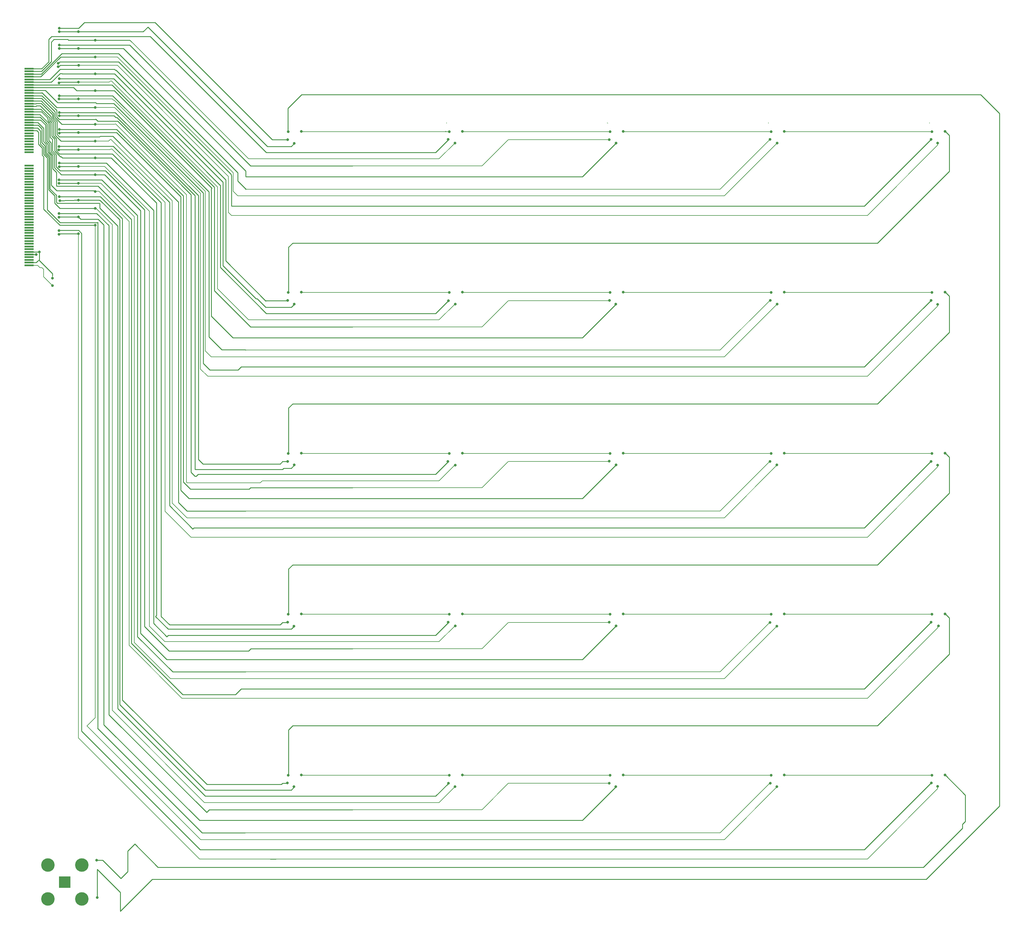
<source format=gbr>
%TF.GenerationSoftware,KiCad,Pcbnew,8.0.2-1*%
%TF.CreationDate,2024-06-03T17:46:58-04:00*%
%TF.ProjectId,Untitled,556e7469-746c-4656-942e-6b696361645f,rev?*%
%TF.SameCoordinates,Original*%
%TF.FileFunction,Copper,L2,Bot*%
%TF.FilePolarity,Positive*%
%FSLAX46Y46*%
G04 Gerber Fmt 4.6, Leading zero omitted, Abs format (unit mm)*
G04 Created by KiCad (PCBNEW 8.0.2-1) date 2024-06-03 17:46:58*
%MOMM*%
%LPD*%
G01*
G04 APERTURE LIST*
%TA.AperFunction,ComponentPad*%
%ADD10R,3.500000X3.500000*%
%TD*%
%TA.AperFunction,ComponentPad*%
%ADD11C,4.000000*%
%TD*%
%TA.AperFunction,ConnectorPad*%
%ADD12R,2.800000X0.550000*%
%TD*%
%TA.AperFunction,ViaPad*%
%ADD13C,0.800000*%
%TD*%
%TA.AperFunction,Conductor*%
%ADD14C,0.250000*%
%TD*%
%TA.AperFunction,Conductor*%
%ADD15C,0.200000*%
%TD*%
G04 APERTURE END LIST*
D10*
%TO.P,LEDs,1*%
%TO.N,N/C*%
X63000000Y-317400000D03*
D11*
%TO.P,LEDs,2*%
X57975000Y-322425000D03*
X68025000Y-322425000D03*
X57975000Y-312375000D03*
X68025000Y-312375000D03*
%TD*%
D12*
%TO.P,REF\u002A\u002A,2*%
%TO.N,N/C*%
X52400000Y-75800000D03*
%TO.P,REF\u002A\u002A,4*%
X52400000Y-76600000D03*
%TO.P,REF\u002A\u002A,6*%
X52400000Y-77400000D03*
%TO.P,REF\u002A\u002A,8*%
X52400000Y-78200000D03*
%TO.P,REF\u002A\u002A,10*%
X52400000Y-79000000D03*
%TO.P,REF\u002A\u002A,12*%
X52400000Y-79800000D03*
%TO.P,REF\u002A\u002A,14*%
X52400000Y-80600000D03*
%TO.P,REF\u002A\u002A,16*%
X52400000Y-81400000D03*
%TO.P,REF\u002A\u002A,18*%
X52400000Y-82200000D03*
%TO.P,REF\u002A\u002A,20*%
X52400000Y-83000000D03*
%TO.P,REF\u002A\u002A,22*%
X52400000Y-83800000D03*
%TO.P,REF\u002A\u002A,24*%
X52400000Y-84600000D03*
%TO.P,REF\u002A\u002A,26*%
X52400000Y-85400000D03*
%TO.P,REF\u002A\u002A,28*%
X52400000Y-86200000D03*
%TO.P,REF\u002A\u002A,30*%
X52400000Y-87000000D03*
%TO.P,REF\u002A\u002A,32*%
X52400000Y-87800000D03*
%TO.P,REF\u002A\u002A,34*%
X52400000Y-88600000D03*
%TO.P,REF\u002A\u002A,36*%
X52400000Y-89400000D03*
%TO.P,REF\u002A\u002A,38*%
X52400000Y-90200000D03*
%TO.P,REF\u002A\u002A,40*%
X52400000Y-91000000D03*
%TO.P,REF\u002A\u002A,42*%
X52400000Y-91800000D03*
%TO.P,REF\u002A\u002A,44*%
X52400000Y-92600000D03*
%TO.P,REF\u002A\u002A,46*%
X52400000Y-93400000D03*
%TO.P,REF\u002A\u002A,48*%
X52400000Y-94200000D03*
%TO.P,REF\u002A\u002A,50*%
X52400000Y-95000000D03*
%TO.P,REF\u002A\u002A,52*%
X52400000Y-95800000D03*
%TO.P,REF\u002A\u002A,54*%
X52400000Y-96600000D03*
%TO.P,REF\u002A\u002A,56*%
X52400000Y-97400000D03*
%TO.P,REF\u002A\u002A,58*%
X52400000Y-98200000D03*
%TO.P,REF\u002A\u002A,60*%
X52400000Y-99000000D03*
%TO.P,REF\u002A\u002A,62*%
X52400000Y-99800000D03*
%TO.P,REF\u002A\u002A,64*%
X52400000Y-100600000D03*
%TO.P,REF\u002A\u002A,66*%
X52400000Y-104600000D03*
%TO.P,REF\u002A\u002A,68*%
X52400000Y-105400000D03*
%TO.P,REF\u002A\u002A,70*%
X52400000Y-106200000D03*
%TO.P,REF\u002A\u002A,72*%
X52400000Y-107000000D03*
%TO.P,REF\u002A\u002A,74*%
X52400000Y-107800000D03*
%TO.P,REF\u002A\u002A,76*%
X52400000Y-108600000D03*
%TO.P,REF\u002A\u002A,78*%
X52400000Y-109400000D03*
%TO.P,REF\u002A\u002A,80*%
X52400000Y-110200000D03*
%TO.P,REF\u002A\u002A,82*%
X52400000Y-111000000D03*
%TO.P,REF\u002A\u002A,84*%
X52400000Y-111800000D03*
%TO.P,REF\u002A\u002A,86*%
X52400000Y-112600000D03*
%TO.P,REF\u002A\u002A,88*%
X52400000Y-113400000D03*
%TO.P,REF\u002A\u002A,90*%
X52400000Y-114200000D03*
%TO.P,REF\u002A\u002A,92*%
X52400000Y-115000000D03*
%TO.P,REF\u002A\u002A,94*%
X52400000Y-115800000D03*
%TO.P,REF\u002A\u002A,96*%
X52400000Y-116600000D03*
%TO.P,REF\u002A\u002A,98*%
X52400000Y-117400000D03*
%TO.P,REF\u002A\u002A,100*%
X52400000Y-118200000D03*
%TO.P,REF\u002A\u002A,102*%
X52400000Y-119000000D03*
%TO.P,REF\u002A\u002A,104*%
X52400000Y-119800000D03*
%TO.P,REF\u002A\u002A,106*%
X52400000Y-120600000D03*
%TO.P,REF\u002A\u002A,108*%
X52400000Y-121400000D03*
%TO.P,REF\u002A\u002A,110*%
X52400000Y-122200000D03*
%TO.P,REF\u002A\u002A,112*%
X52400000Y-123000000D03*
%TO.P,REF\u002A\u002A,114*%
X52400000Y-123800000D03*
%TO.P,REF\u002A\u002A,116*%
X52400000Y-124600000D03*
%TO.P,REF\u002A\u002A,118*%
X52400000Y-125400000D03*
%TO.P,REF\u002A\u002A,120*%
X52400000Y-126200000D03*
%TO.P,REF\u002A\u002A,122*%
X52400000Y-127000000D03*
%TO.P,REF\u002A\u002A,124*%
X52400000Y-127800000D03*
%TO.P,REF\u002A\u002A,126*%
X52400000Y-128600000D03*
%TO.P,REF\u002A\u002A,128*%
X52400000Y-129400000D03*
%TO.P,REF\u002A\u002A,130*%
X52400000Y-130200000D03*
%TO.P,REF\u002A\u002A,132*%
X52400000Y-131000000D03*
%TO.P,REF\u002A\u002A,134*%
X52400000Y-131800000D03*
%TO.P,REF\u002A\u002A,136*%
X52400000Y-132600000D03*
%TO.P,REF\u002A\u002A,138*%
X52400000Y-133400000D03*
%TO.P,REF\u002A\u002A,140*%
X52400000Y-134200000D03*
%TD*%
D13*
%TO.N,*%
X67000000Y-119800000D03*
X178860000Y-289090000D03*
X59300000Y-140200000D03*
X67000000Y-89800000D03*
X272560000Y-144590000D03*
X276660000Y-142190000D03*
X178960000Y-193590000D03*
X228860000Y-237790000D03*
X324460000Y-94390000D03*
X177160000Y-190090000D03*
X228860000Y-94390000D03*
X129160000Y-192490000D03*
X224760000Y-144590000D03*
X67000000Y-114800000D03*
X226660000Y-289090000D03*
X67000000Y-69800000D03*
X129160000Y-240190000D03*
X320560000Y-285690000D03*
X129360000Y-237890000D03*
X272460000Y-192490000D03*
X320360000Y-287990000D03*
X133260000Y-189990000D03*
X178860000Y-97890000D03*
X224960000Y-142290000D03*
X61300000Y-123900000D03*
X72500000Y-310900000D03*
X178960000Y-145690000D03*
X129360000Y-190090000D03*
X61400000Y-63800000D03*
X129360000Y-285690000D03*
X72000000Y-112300000D03*
X72000000Y-122300000D03*
X72000000Y-102300000D03*
X272760000Y-142290000D03*
X322260000Y-288990000D03*
X67000000Y-94800000D03*
X67000000Y-99800000D03*
X129160000Y-96890000D03*
X177160000Y-142290000D03*
X176960000Y-288090000D03*
X224660000Y-288090000D03*
X129160000Y-144590000D03*
X224960000Y-237890000D03*
X272760000Y-237890000D03*
X176860000Y-96790000D03*
X131160000Y-145690000D03*
X131160000Y-193490000D03*
X177160000Y-94490000D03*
X133260000Y-94390000D03*
X226760000Y-193490000D03*
X224960000Y-94490000D03*
X324460000Y-285590000D03*
X61400000Y-88800000D03*
X320560000Y-190090000D03*
X61400000Y-64800000D03*
X272460000Y-96790000D03*
X54500000Y-131000000D03*
X177160000Y-285690000D03*
X322260000Y-193590000D03*
X67000000Y-109800000D03*
X61300000Y-80000000D03*
X131160000Y-97990000D03*
X324460000Y-237790000D03*
X272760000Y-190090000D03*
X181060000Y-285590000D03*
X133260000Y-285590000D03*
X67100000Y-74800000D03*
X72000000Y-87300000D03*
X61400000Y-94900000D03*
X61300000Y-108800000D03*
X131060000Y-289090000D03*
X226660000Y-145690000D03*
X61300000Y-118800000D03*
X320260000Y-240190000D03*
X274460000Y-289090000D03*
X276660000Y-285590000D03*
X61300000Y-125000000D03*
X272460000Y-240290000D03*
X224660000Y-240190000D03*
X176860000Y-240190000D03*
X224660000Y-192390000D03*
X61300000Y-119900000D03*
X72000000Y-117300000D03*
X61300000Y-98900000D03*
X72600000Y-322000000D03*
X228860000Y-142190000D03*
X176960000Y-144690000D03*
X320560000Y-94490000D03*
X178960000Y-241290000D03*
X320260000Y-96790000D03*
X324460000Y-142190000D03*
X181060000Y-237790000D03*
X72000000Y-67300000D03*
X181060000Y-94390000D03*
X177160000Y-237890000D03*
X61200000Y-99900000D03*
X61400000Y-89800000D03*
X322260000Y-97890000D03*
X226760000Y-97890000D03*
X129060000Y-287990000D03*
X72000000Y-92300000D03*
X133260000Y-142190000D03*
X67000000Y-64800000D03*
X67000000Y-104800000D03*
X176760000Y-192490000D03*
X324460000Y-189990000D03*
X72000000Y-77300000D03*
X61300000Y-109800000D03*
X61400000Y-69800000D03*
X274560000Y-97890000D03*
X129360000Y-142290000D03*
X276660000Y-94390000D03*
X276660000Y-237790000D03*
X61000000Y-74200000D03*
X61000000Y-75200000D03*
X322460000Y-241290000D03*
X61400000Y-78800000D03*
X61400000Y-93800000D03*
X59300000Y-138000000D03*
X72000000Y-97300000D03*
X61400000Y-103800000D03*
X131060000Y-241390000D03*
X181060000Y-189990000D03*
X181060000Y-142190000D03*
X61400000Y-104900000D03*
X320560000Y-142290000D03*
X272760000Y-94490000D03*
X228860000Y-285590000D03*
X133260000Y-237790000D03*
X61400000Y-83800000D03*
X67000000Y-84800000D03*
X274460000Y-241390000D03*
X224960000Y-285690000D03*
X226760000Y-241290000D03*
X276660000Y-189990000D03*
X72000000Y-72300000D03*
X61500000Y-115000000D03*
X129360000Y-94490000D03*
X61400000Y-68800000D03*
X67000000Y-124800000D03*
X272560000Y-288090000D03*
X228860000Y-189990000D03*
X320260000Y-192490000D03*
X272760000Y-285690000D03*
X55400000Y-130200000D03*
X274460000Y-193490000D03*
X224960000Y-190090000D03*
X72000000Y-82300000D03*
X61400000Y-113800000D03*
X72000000Y-107300000D03*
X67000000Y-79800000D03*
X224660000Y-96890000D03*
X320260000Y-144590000D03*
X322260000Y-145790000D03*
X320560000Y-237890000D03*
X274560000Y-145690000D03*
X61300000Y-84800000D03*
%TD*%
D14*
%TO.N,*%
X52400000Y-93400000D02*
X54900000Y-93400000D01*
D15*
X77100000Y-84800000D02*
X67000000Y-84800000D01*
D14*
X325680000Y-95590000D02*
X325680000Y-106290000D01*
D15*
X194760000Y-192490000D02*
X186960000Y-200290000D01*
D14*
X61000000Y-74100000D02*
X61200000Y-74100000D01*
X110800000Y-132900000D02*
X122700000Y-144800000D01*
X73500000Y-95900000D02*
X73400000Y-96000000D01*
X72400000Y-86100000D02*
X77500000Y-86100000D01*
D15*
X258860000Y-304790000D02*
X103390000Y-304790000D01*
D14*
X79447500Y-320447500D02*
X79447500Y-326112500D01*
X96800000Y-204700000D02*
X99300000Y-207200000D01*
X76800000Y-102300000D02*
X72000000Y-102300000D01*
X324580000Y-142290000D02*
X325680000Y-143390000D01*
D15*
X258860000Y-209190000D02*
X116200000Y-209190000D01*
D14*
X59000000Y-73700000D02*
X59000000Y-67900000D01*
X54400000Y-87000000D02*
X54600000Y-86800000D01*
X61300000Y-125000000D02*
X61400000Y-124800000D01*
X79000000Y-71300000D02*
X114400000Y-106700000D01*
X74235000Y-310900000D02*
X79647500Y-316312500D01*
X52400000Y-94200000D02*
X54700000Y-94200000D01*
X85500000Y-118000000D02*
X74800000Y-107300000D01*
X77400000Y-98800000D02*
X94100000Y-115500000D01*
X59300000Y-136700000D02*
X55400000Y-132800000D01*
X61500000Y-63800000D02*
X61400000Y-63800000D01*
D15*
X257660000Y-254990000D02*
X272460000Y-240190000D01*
D14*
X101700000Y-113500000D02*
X78500000Y-90300000D01*
X131160000Y-193590000D02*
X130260000Y-194490000D01*
X100300000Y-200700000D02*
X117750000Y-200700000D01*
X67100000Y-89800000D02*
X61600000Y-89800000D01*
D15*
X116700000Y-159390000D02*
X257660000Y-159390000D01*
D14*
X118160000Y-200290000D02*
X148460000Y-200290000D01*
X52400000Y-88600000D02*
X56100000Y-88600000D01*
X61400000Y-104900000D02*
X61500000Y-104800000D01*
X57800000Y-102300000D02*
X57800000Y-117700000D01*
X62100000Y-92300000D02*
X60100000Y-90300000D01*
D15*
X271930000Y-91900000D02*
X272030000Y-92000000D01*
D14*
X61500000Y-83800000D02*
X77200000Y-83800000D01*
X91600000Y-238500000D02*
X94100000Y-241000000D01*
D15*
X224660000Y-288090000D02*
X194760000Y-288090000D01*
D14*
X72000000Y-67300000D02*
X82300000Y-67300000D01*
X61300000Y-109800000D02*
X61600000Y-109800000D01*
X114400000Y-109190000D02*
X116800000Y-111590000D01*
X115600000Y-116590000D02*
X300460000Y-116590000D01*
D15*
X258860000Y-256990000D02*
X94390000Y-256990000D01*
D14*
X104100000Y-163300000D02*
X106100000Y-165300000D01*
D15*
X174160000Y-198190000D02*
X178860000Y-193490000D01*
D14*
X81675000Y-314285000D02*
X81675000Y-308200000D01*
X77800000Y-77300000D02*
X72000000Y-77300000D01*
X72500000Y-310900000D02*
X74235000Y-310900000D01*
X60500000Y-100200000D02*
X61400000Y-101100000D01*
D15*
X181180000Y-142290000D02*
X224980000Y-142290000D01*
D14*
X61400000Y-113800000D02*
X73600000Y-113800000D01*
X59000000Y-101600000D02*
X59000000Y-110400000D01*
X226760000Y-97890000D02*
X216760000Y-107890000D01*
D15*
X224660000Y-192490000D02*
X194760000Y-192490000D01*
D14*
X52400000Y-91800000D02*
X55000000Y-91800000D01*
X52400000Y-76600000D02*
X56100000Y-76600000D01*
X67100000Y-109800000D02*
X61300000Y-109800000D01*
X109200000Y-110500000D02*
X109200000Y-134830000D01*
D15*
X178860000Y-241290000D02*
X174160000Y-245990000D01*
D14*
X99890000Y-203490000D02*
X97400000Y-201000000D01*
X130680000Y-127590000D02*
X129480000Y-128790000D01*
X61500000Y-113800000D02*
X61400000Y-113800000D01*
X89400000Y-240600000D02*
X93300000Y-244500000D01*
X300460000Y-212190000D02*
X320260000Y-192390000D01*
D15*
X77100000Y-122100000D02*
X72300000Y-117300000D01*
D14*
X60000000Y-113600000D02*
X60000000Y-115800000D01*
D15*
X77800000Y-87300000D02*
X72000000Y-87300000D01*
D14*
X61200000Y-99900000D02*
X61500000Y-99800000D01*
D15*
X116200000Y-209190000D02*
X116160000Y-209190000D01*
D14*
X89900000Y-238500000D02*
X90200000Y-238200000D01*
X67100000Y-99800000D02*
X61700000Y-99800000D01*
D15*
X88100000Y-241400000D02*
X88100000Y-118100000D01*
D14*
X74800000Y-107300000D02*
X72000000Y-107300000D01*
D15*
X228980000Y-237890000D02*
X272780000Y-237890000D01*
D14*
X102990000Y-299090000D02*
X74600000Y-270700000D01*
X75100000Y-106100000D02*
X86700000Y-117700000D01*
X131160000Y-289190000D02*
X130260000Y-290090000D01*
X104100000Y-112700000D02*
X104100000Y-163300000D01*
X61400000Y-63800000D02*
X67100000Y-63800000D01*
X56000000Y-86100000D02*
X54500000Y-86100000D01*
X58200000Y-111800000D02*
X60000000Y-113600000D01*
X74600000Y-270700000D02*
X74600000Y-122200000D01*
D15*
X78600000Y-74800000D02*
X67100000Y-74800000D01*
D14*
X59900000Y-101400000D02*
X58900000Y-100400000D01*
D15*
X186960000Y-104690000D02*
X148460000Y-104690000D01*
D14*
X77100000Y-101100000D02*
X91600000Y-115600000D01*
D15*
X176330000Y-91900000D02*
X176430000Y-92000000D01*
D14*
X113650000Y-261700000D02*
X115360000Y-259990000D01*
X99600000Y-207200000D02*
X99610000Y-207190000D01*
D15*
X113000000Y-106700000D02*
X78600000Y-72300000D01*
D14*
X109600000Y-159300000D02*
X116610000Y-159300000D01*
D15*
X121660000Y-198190000D02*
X121050000Y-198800000D01*
D14*
X216760000Y-251290000D02*
X93290000Y-251290000D01*
D15*
X92800000Y-115500000D02*
X77000000Y-99700000D01*
D14*
X54900000Y-93400000D02*
X55800000Y-94300000D01*
X57700000Y-92200000D02*
X57700000Y-97300000D01*
X61500000Y-99800000D02*
X61600000Y-99800000D01*
X131160000Y-241390000D02*
X130260000Y-242290000D01*
X73300000Y-114900000D02*
X73200000Y-114800000D01*
X56200000Y-97800000D02*
X57100000Y-98700000D01*
X105910000Y-295890000D02*
X148460000Y-295890000D01*
X114400000Y-106700000D02*
X114400000Y-109190000D01*
D15*
X116200000Y-209190000D02*
X99290000Y-209190000D01*
X117590000Y-102590000D02*
X82850000Y-67850000D01*
D14*
X62000000Y-107300000D02*
X59900000Y-105200000D01*
X116610000Y-159300000D02*
X116700000Y-159390000D01*
D15*
X121660000Y-102590000D02*
X117590000Y-102590000D01*
D14*
X52400000Y-80600000D02*
X77000000Y-80600000D01*
X55800000Y-94300000D02*
X55800000Y-98200000D01*
D15*
X67000000Y-274600000D02*
X67000000Y-124800000D01*
D14*
X304380000Y-223190000D02*
X130680000Y-223190000D01*
X129480000Y-176590000D02*
X129480000Y-190190000D01*
X115590000Y-116600000D02*
X115600000Y-116590000D01*
X60450000Y-104950000D02*
X61600000Y-106100000D01*
X112400000Y-107500000D02*
X112500000Y-107600000D01*
X75300000Y-103800000D02*
X89400000Y-117900000D01*
X97400000Y-201000000D02*
X97400000Y-113800000D01*
X56100000Y-76600000D02*
X59000000Y-73700000D01*
D15*
X82850000Y-67850000D02*
X82700000Y-67700000D01*
D14*
X59000000Y-110400000D02*
X60600000Y-112000000D01*
X330480000Y-299400000D02*
X330480000Y-291590000D01*
X58600000Y-111500000D02*
X60500000Y-113400000D01*
D15*
X186960000Y-152490000D02*
X148460000Y-152490000D01*
D14*
X61600000Y-106100000D02*
X75100000Y-106100000D01*
D15*
X82100000Y-247100000D02*
X82100000Y-121200000D01*
D14*
X130260000Y-98890000D02*
X123190000Y-98890000D01*
X226760000Y-145690000D02*
X216760000Y-155690000D01*
D15*
X186960000Y-248090000D02*
X148460000Y-248090000D01*
X112530000Y-119390000D02*
X111600000Y-118460000D01*
X133380000Y-94490000D02*
X177180000Y-94490000D01*
X103390000Y-304790000D02*
X69600000Y-271000000D01*
X73700000Y-109800000D02*
X67000000Y-109800000D01*
D14*
X55900000Y-87800000D02*
X52400000Y-87800000D01*
X127660000Y-288090000D02*
X129160000Y-288090000D01*
X118300000Y-248090000D02*
X148460000Y-248090000D01*
D15*
X174160000Y-150390000D02*
X117590000Y-150390000D01*
X117590000Y-150390000D02*
X108400000Y-141200000D01*
D14*
X58900000Y-90900000D02*
X59700000Y-91700000D01*
X67100000Y-63800000D02*
X68800000Y-62100000D01*
X300460000Y-259990000D02*
X320260000Y-240190000D01*
X71700000Y-112000000D02*
X72000000Y-112300000D01*
D15*
X76700000Y-96800000D02*
X76500000Y-96800000D01*
X319730000Y-91900000D02*
X319830000Y-92000000D01*
D14*
X59200000Y-91800000D02*
X58500000Y-91100000D01*
X62100000Y-84800000D02*
X67100000Y-84800000D01*
X54400000Y-86200000D02*
X52400000Y-86200000D01*
D15*
X77600000Y-85100000D02*
X77400000Y-85100000D01*
D14*
X58600000Y-79000000D02*
X61600000Y-76000000D01*
D15*
X258860000Y-113590000D02*
X114390000Y-113590000D01*
D14*
X58900000Y-97800000D02*
X58200000Y-97100000D01*
X54500000Y-86100000D02*
X54400000Y-86200000D01*
X173160000Y-100690000D02*
X176860000Y-96990000D01*
X67100000Y-94800000D02*
X61700000Y-94800000D01*
X329630000Y-301400000D02*
X329630000Y-300250000D01*
D15*
X301360000Y-214990000D02*
X100490000Y-214990000D01*
X54900000Y-134200000D02*
X52400000Y-134200000D01*
D14*
X78700000Y-122500000D02*
X78700000Y-265900000D01*
X62100000Y-104800000D02*
X67100000Y-104800000D01*
X88960000Y-316600000D02*
X318800000Y-316600000D01*
D15*
X59300000Y-140200000D02*
X56700000Y-137600000D01*
D14*
X58600000Y-101900000D02*
X58600000Y-111500000D01*
D15*
X116700000Y-254990000D02*
X257660000Y-254990000D01*
D14*
X57500000Y-100800000D02*
X58600000Y-101900000D01*
D15*
X108400000Y-110900000D02*
X76900000Y-79400000D01*
X99100000Y-113200000D02*
X78100000Y-92200000D01*
X59300000Y-138000000D02*
X59300000Y-137300000D01*
X194760000Y-96890000D02*
X186960000Y-104690000D01*
D14*
X58000000Y-90500000D02*
X58000000Y-91200000D01*
X55400000Y-132800000D02*
X55400000Y-132500000D01*
D15*
X56700000Y-137600000D02*
X56700000Y-135400000D01*
D14*
X101310000Y-212190000D02*
X300460000Y-212190000D01*
X77300000Y-95900000D02*
X96800000Y-115400000D01*
X73500000Y-114900000D02*
X73300000Y-114900000D01*
X72900000Y-120500000D02*
X67700000Y-120500000D01*
X59400000Y-101500000D02*
X59400000Y-105500000D01*
X61500000Y-115000000D02*
X61600000Y-114800000D01*
X226760000Y-241290000D02*
X216760000Y-251290000D01*
X89400000Y-117900000D02*
X89400000Y-240600000D01*
D15*
X174160000Y-102590000D02*
X178860000Y-97890000D01*
D14*
X61600000Y-98800000D02*
X77400000Y-98800000D01*
X216760000Y-299090000D02*
X102990000Y-299090000D01*
X103190000Y-307790000D02*
X300460000Y-307790000D01*
X88370000Y-66200000D02*
X122860000Y-100690000D01*
X130260000Y-146690000D02*
X122690000Y-146690000D01*
X59000000Y-67900000D02*
X59800000Y-67100000D01*
D15*
X301360000Y-167190000D02*
X105490000Y-167190000D01*
D14*
X130260000Y-290090000D02*
X104690000Y-290090000D01*
X55900000Y-78200000D02*
X52400000Y-78200000D01*
D15*
X77800000Y-92300000D02*
X72000000Y-92300000D01*
X301360000Y-310590000D02*
X102990000Y-310590000D01*
D14*
X61700000Y-119800000D02*
X61300000Y-119900000D01*
D15*
X106300000Y-293790000D02*
X104490000Y-293790000D01*
D14*
X58000000Y-98250000D02*
X58000000Y-100600000D01*
D15*
X133380000Y-237890000D02*
X177180000Y-237890000D01*
D14*
X300460000Y-307790000D02*
X320260000Y-287990000D01*
D15*
X72300000Y-117300000D02*
X72000000Y-117300000D01*
D14*
X62100000Y-77200000D02*
X62200000Y-77300000D01*
X106100000Y-165300000D02*
X114450000Y-165300000D01*
D15*
X104700000Y-112200000D02*
X77600000Y-85100000D01*
D14*
X98200000Y-113600000D02*
X98200000Y-198600000D01*
X65600000Y-81400000D02*
X66500000Y-82300000D01*
X216760000Y-107890000D02*
X116760000Y-107890000D01*
X78700000Y-91400000D02*
X100500000Y-113200000D01*
X66500000Y-99800000D02*
X67100000Y-99800000D01*
X59800000Y-67100000D02*
X63900000Y-67100000D01*
X58700000Y-91900000D02*
X58700000Y-96200000D01*
X62100000Y-89800000D02*
X67100000Y-89800000D01*
X173160000Y-196290000D02*
X176860000Y-192590000D01*
X61400000Y-93800000D02*
X78400000Y-93800000D01*
X52400000Y-130200000D02*
X55500000Y-130200000D01*
X77200000Y-83800000D02*
X105800000Y-112400000D01*
X79000000Y-73800000D02*
X112400000Y-107200000D01*
D15*
X114390000Y-113590000D02*
X113000000Y-112200000D01*
D14*
X109200000Y-134830000D02*
X122860000Y-148490000D01*
D15*
X301360000Y-119390000D02*
X112530000Y-119390000D01*
D14*
X60700000Y-91500000D02*
X59700000Y-90500000D01*
X55400000Y-132500000D02*
X54950000Y-132950000D01*
X62100000Y-99800000D02*
X66500000Y-99800000D01*
X58900000Y-100400000D02*
X58900000Y-97800000D01*
X52400000Y-83800000D02*
X56200000Y-83800000D01*
D15*
X228980000Y-94490000D02*
X272780000Y-94490000D01*
D14*
X67100000Y-114800000D02*
X61500000Y-115000000D01*
D15*
X322260000Y-146290000D02*
X301360000Y-167190000D01*
X322260000Y-97890000D02*
X322260000Y-98490000D01*
D14*
X64100000Y-67300000D02*
X63900000Y-67100000D01*
X133355000Y-83515000D02*
X129280000Y-87590000D01*
X58000000Y-100600000D02*
X59000000Y-101600000D01*
D15*
X121660000Y-198190000D02*
X174160000Y-198190000D01*
D14*
X62100000Y-74800000D02*
X67100000Y-74800000D01*
D15*
X106490000Y-161390000D02*
X104700000Y-159600000D01*
X276780000Y-190090000D02*
X320580000Y-190090000D01*
D14*
X62100000Y-109800000D02*
X67100000Y-109800000D01*
X61300000Y-98900000D02*
X61600000Y-98800000D01*
X340565000Y-89090000D02*
X334990000Y-83515000D01*
X110800000Y-108800000D02*
X110800000Y-132900000D01*
X325680000Y-143390000D02*
X325680000Y-154090000D01*
D15*
X76600000Y-99700000D02*
X76500000Y-99800000D01*
X83600000Y-246200000D02*
X83600000Y-119700000D01*
D14*
X93290000Y-251290000D02*
X85500000Y-243500000D01*
D15*
X78100000Y-92200000D02*
X77900000Y-92200000D01*
D14*
X55200000Y-94700000D02*
X55200000Y-98200000D01*
X62100000Y-119800000D02*
X67100000Y-119800000D01*
X61600000Y-123800000D02*
X67100000Y-123800000D01*
X59700000Y-89100000D02*
X56000000Y-85400000D01*
X78000000Y-76200000D02*
X78200000Y-76200000D01*
X61400000Y-94900000D02*
X61500000Y-94800000D01*
X216760000Y-155690000D02*
X112890000Y-155690000D01*
X61000000Y-75200000D02*
X61200000Y-75200000D01*
X61900000Y-97300000D02*
X60200000Y-95600000D01*
X73300000Y-115800000D02*
X73400000Y-115900000D01*
X59700000Y-91700000D02*
X59700000Y-95800000D01*
X86700000Y-241500000D02*
X94000000Y-248800000D01*
X324580000Y-190090000D02*
X325680000Y-191190000D01*
X68800000Y-62100000D02*
X89800000Y-62100000D01*
X90200000Y-115700000D02*
X76800000Y-102300000D01*
D15*
X116560000Y-254990000D02*
X116700000Y-254990000D01*
X322260000Y-289690000D02*
X301360000Y-310590000D01*
D14*
X67100000Y-123800000D02*
X68000000Y-124700000D01*
X61400000Y-68800000D02*
X82270000Y-68800000D01*
D15*
X228980000Y-285690000D02*
X272780000Y-285690000D01*
D14*
X58200000Y-97100000D02*
X58200000Y-92000000D01*
X60100000Y-90300000D02*
X60100000Y-88600000D01*
X72200000Y-90800000D02*
X72800000Y-91400000D01*
X61500000Y-94800000D02*
X61600000Y-94800000D01*
X57100000Y-98700000D02*
X57100000Y-101000000D01*
X216760000Y-203490000D02*
X99890000Y-203490000D01*
X61500000Y-93800000D02*
X61400000Y-93800000D01*
X60600000Y-88200000D02*
X60600000Y-90100000D01*
D15*
X88100000Y-118100000D02*
X74800000Y-104800000D01*
D14*
X78200000Y-76200000D02*
X110800000Y-108800000D01*
X55800000Y-91000000D02*
X57300000Y-92500000D01*
D15*
X55600000Y-134900000D02*
X54900000Y-134200000D01*
D14*
X61200000Y-74100000D02*
X61500000Y-73800000D01*
X78700000Y-265900000D02*
X104690000Y-291890000D01*
X67100000Y-119800000D02*
X61700000Y-119800000D01*
D15*
X257660000Y-302790000D02*
X272460000Y-287990000D01*
D14*
X58200000Y-73736396D02*
X58200000Y-67100000D01*
X72700000Y-271700000D02*
X103790000Y-302790000D01*
D15*
X133380000Y-142290000D02*
X177180000Y-142290000D01*
D14*
X60000000Y-100300000D02*
X60000000Y-96700000D01*
X61500000Y-104800000D02*
X61600000Y-104800000D01*
D15*
X194760000Y-288090000D02*
X186960000Y-295890000D01*
D14*
X226760000Y-193490000D02*
X216760000Y-203490000D01*
X61500000Y-122300000D02*
X72000000Y-122300000D01*
X56700000Y-101900000D02*
X56700000Y-117500000D01*
D15*
X76500000Y-96800000D02*
X76000000Y-97300000D01*
D14*
X60500000Y-110700000D02*
X72900000Y-110700000D01*
X54600000Y-86800000D02*
X55700000Y-86800000D01*
D15*
X99300000Y-198800000D02*
X99100000Y-198600000D01*
D14*
X61700000Y-104800000D02*
X61400000Y-104900000D01*
X105100000Y-296700000D02*
X105910000Y-295890000D01*
D15*
X111600000Y-107800000D02*
X78600000Y-74800000D01*
X94390000Y-256990000D02*
X83600000Y-246200000D01*
D14*
X300460000Y-164390000D02*
X320260000Y-144590000D01*
X76100000Y-122400000D02*
X76100000Y-267700000D01*
X90675000Y-313000000D02*
X318030000Y-313000000D01*
X61500000Y-88800000D02*
X61400000Y-88800000D01*
D15*
X116700000Y-207190000D02*
X257660000Y-207190000D01*
D14*
X57800000Y-117700000D02*
X61600000Y-121500000D01*
X67700000Y-120500000D02*
X67000000Y-119800000D01*
X91600000Y-115600000D02*
X91600000Y-238500000D01*
D15*
X97790000Y-262790000D02*
X82100000Y-247100000D01*
D14*
X57300000Y-92500000D02*
X57300000Y-97550000D01*
X60100000Y-88600000D02*
X56100000Y-84600000D01*
X67100000Y-64800000D02*
X61400000Y-64800000D01*
X61500000Y-68800000D02*
X61400000Y-68800000D01*
X325680000Y-238990000D02*
X325680000Y-249690000D01*
X93300000Y-244500000D02*
X93710000Y-244090000D01*
D15*
X322260000Y-145690000D02*
X322260000Y-146290000D01*
D14*
X325680000Y-191190000D02*
X325680000Y-201890000D01*
X130260000Y-242290000D02*
X93690000Y-242290000D01*
X56200000Y-82900000D02*
X56100000Y-83000000D01*
X61500000Y-108800000D02*
X61300000Y-108800000D01*
X112500000Y-116600000D02*
X115590000Y-116600000D01*
X89800000Y-62100000D02*
X124590000Y-96890000D01*
X60200000Y-95600000D02*
X60200000Y-91600000D01*
D15*
X181180000Y-285690000D02*
X224980000Y-285690000D01*
D14*
X60600000Y-90100000D02*
X61400000Y-90900000D01*
X103790000Y-302790000D02*
X116600000Y-302790000D01*
X105800000Y-155500000D02*
X109600000Y-159300000D01*
X117750000Y-200700000D02*
X118160000Y-200290000D01*
X56700000Y-93500000D02*
X56700000Y-97500000D01*
D15*
X322260000Y-194090000D02*
X301360000Y-214990000D01*
D14*
X72000000Y-107300000D02*
X62000000Y-107300000D01*
X127650000Y-194800000D02*
X101700000Y-194800000D01*
X61600000Y-77200000D02*
X62100000Y-77200000D01*
X83775000Y-306100000D02*
X90675000Y-313000000D01*
D15*
X194760000Y-240290000D02*
X186960000Y-248090000D01*
D14*
X61500000Y-98800000D02*
X61400000Y-98800000D01*
X99610000Y-207190000D02*
X116700000Y-207190000D01*
D15*
X78600000Y-72300000D02*
X72000000Y-72300000D01*
D14*
X325680000Y-154090000D02*
X304380000Y-175390000D01*
X57700000Y-97300000D02*
X58400000Y-98000000D01*
X56136396Y-75800000D02*
X58200000Y-73736396D01*
X122860000Y-100690000D02*
X173160000Y-100690000D01*
X122860000Y-148490000D02*
X173160000Y-148490000D01*
X61500000Y-73800000D02*
X79000000Y-73800000D01*
D15*
X181180000Y-237890000D02*
X224980000Y-237890000D01*
D14*
X130680000Y-270990000D02*
X129480000Y-272190000D01*
X61200000Y-75200000D02*
X61600000Y-74800000D01*
D15*
X133380000Y-285690000D02*
X177180000Y-285690000D01*
X322260000Y-193490000D02*
X322260000Y-194090000D01*
D14*
X82800000Y-246500000D02*
X98000000Y-261700000D01*
X58000000Y-91200000D02*
X58700000Y-91900000D01*
X122810000Y-144690000D02*
X129160000Y-144690000D01*
D15*
X274560000Y-193490000D02*
X258860000Y-209190000D01*
D14*
X127660000Y-192490000D02*
X129160000Y-192490000D01*
X54700000Y-94200000D02*
X55200000Y-94700000D01*
D15*
X108400000Y-141200000D02*
X108400000Y-110900000D01*
D14*
X61700000Y-99800000D02*
X61200000Y-99900000D01*
X325680000Y-201890000D02*
X304380000Y-223190000D01*
X122690000Y-146690000D02*
X120100000Y-144100000D01*
X61300000Y-119900000D02*
X61500000Y-119800000D01*
X114450000Y-165300000D02*
X115360000Y-164390000D01*
D15*
X274560000Y-241290000D02*
X258860000Y-256990000D01*
X186960000Y-200290000D02*
X148460000Y-200290000D01*
D14*
X96800000Y-115400000D02*
X96800000Y-204700000D01*
D15*
X257660000Y-159390000D02*
X272460000Y-144590000D01*
D14*
X77700000Y-82300000D02*
X72000000Y-82300000D01*
X61600000Y-76000000D02*
X77800000Y-76000000D01*
X61600000Y-74800000D02*
X62100000Y-74800000D01*
D15*
X113000000Y-112200000D02*
X113000000Y-106700000D01*
D14*
X62100000Y-64800000D02*
X67100000Y-64800000D01*
X60500000Y-115500000D02*
X60800000Y-115800000D01*
X73400000Y-117200000D02*
X78700000Y-122500000D01*
X126950000Y-241000000D02*
X127660000Y-240290000D01*
X72800000Y-121400000D02*
X72800000Y-271600000D01*
X94100000Y-115500000D02*
X94100000Y-205600000D01*
X61500000Y-123800000D02*
X61400000Y-123800000D01*
D15*
X133380000Y-190090000D02*
X177180000Y-190090000D01*
D14*
X318030000Y-313000000D02*
X329630000Y-301400000D01*
X318800000Y-316600000D02*
X340565000Y-294835000D01*
X82270000Y-68800000D02*
X118160000Y-104690000D01*
X97400000Y-113800000D02*
X78400000Y-94800000D01*
D15*
X94900000Y-115000000D02*
X76700000Y-96800000D01*
D14*
X82300000Y-67300000D02*
X82850000Y-67850000D01*
X59300000Y-90700000D02*
X59300000Y-89400000D01*
X56000000Y-85400000D02*
X52400000Y-85400000D01*
X112500000Y-107600000D02*
X112500000Y-116600000D01*
X62000000Y-102000000D02*
X61700000Y-102000000D01*
X173160000Y-148490000D02*
X176860000Y-144790000D01*
X118160000Y-104690000D02*
X148460000Y-104690000D01*
X131160000Y-145790000D02*
X130260000Y-146690000D01*
X72000000Y-92300000D02*
X62100000Y-92300000D01*
X56100000Y-83000000D02*
X52400000Y-83000000D01*
D15*
X322260000Y-241890000D02*
X301360000Y-262790000D01*
D14*
X72000000Y-67300000D02*
X64100000Y-67300000D01*
X80100000Y-263300000D02*
X105200000Y-288400000D01*
X61400000Y-103800000D02*
X75300000Y-103800000D01*
X324580000Y-94490000D02*
X325680000Y-95590000D01*
X60900000Y-85900000D02*
X72200000Y-85900000D01*
X131160000Y-97990000D02*
X130260000Y-98890000D01*
X94100000Y-241000000D02*
X126950000Y-241000000D01*
X56300000Y-99300000D02*
X56300000Y-101500000D01*
X115360000Y-164390000D02*
X300460000Y-164390000D01*
X329630000Y-300250000D02*
X330480000Y-299400000D01*
X60000000Y-115800000D02*
X61500000Y-117300000D01*
X304380000Y-175390000D02*
X130680000Y-175390000D01*
X94000000Y-248800000D02*
X117590000Y-248800000D01*
X55600000Y-89400000D02*
X52400000Y-89400000D01*
X107400000Y-141730000D02*
X118160000Y-152490000D01*
X101700000Y-194800000D02*
X101700000Y-113500000D01*
D15*
X76200000Y-79800000D02*
X67000000Y-79800000D01*
D14*
X72100000Y-90900000D02*
X72200000Y-90800000D01*
D15*
X174160000Y-293790000D02*
X104490000Y-293790000D01*
D14*
X74000000Y-108800000D02*
X84600000Y-119400000D01*
D15*
X69600000Y-271000000D02*
X72000000Y-268600000D01*
D14*
X325680000Y-249690000D02*
X304380000Y-270990000D01*
D15*
X83600000Y-119700000D02*
X73700000Y-109800000D01*
X77900000Y-92200000D02*
X77800000Y-92300000D01*
D14*
X130260000Y-194490000D02*
X127960000Y-194490000D01*
X61600000Y-121500000D02*
X72700000Y-121500000D01*
X67100000Y-104800000D02*
X61700000Y-104800000D01*
X98200000Y-198600000D02*
X100300000Y-200700000D01*
D15*
X76600000Y-79400000D02*
X76200000Y-79800000D01*
D14*
X59300000Y-96800000D02*
X59300000Y-100200000D01*
X56200000Y-93700000D02*
X56200000Y-97800000D01*
X100500000Y-195700000D02*
X101700000Y-196900000D01*
X60800000Y-115800000D02*
X73300000Y-115800000D01*
X84600000Y-119400000D02*
X84600000Y-244500000D01*
X127960000Y-194490000D02*
X127650000Y-194800000D01*
X126950000Y-193200000D02*
X127660000Y-192490000D01*
D15*
X194760000Y-144690000D02*
X186960000Y-152490000D01*
X322260000Y-241290000D02*
X322260000Y-241890000D01*
D14*
X61400000Y-64800000D02*
X61600000Y-64800000D01*
X58400000Y-98000000D02*
X58400000Y-100500000D01*
X59300000Y-89400000D02*
X56000000Y-86100000D01*
X62100000Y-124800000D02*
X67100000Y-124800000D01*
X77500000Y-86100000D02*
X104100000Y-112700000D01*
D15*
X94900000Y-204800000D02*
X94900000Y-115000000D01*
X274560000Y-97890000D02*
X258860000Y-113590000D01*
D14*
X54500000Y-131000000D02*
X54400000Y-131000000D01*
X67100000Y-79800000D02*
X61600000Y-79800000D01*
X62100000Y-71300000D02*
X79000000Y-71300000D01*
X330480000Y-291590000D02*
X324580000Y-285690000D01*
X73400000Y-115900000D02*
X73400000Y-117200000D01*
X93690000Y-242290000D02*
X89900000Y-238500000D01*
X61700000Y-94800000D02*
X61400000Y-94900000D01*
X120100000Y-144100000D02*
X119800000Y-144100000D01*
X56100000Y-84600000D02*
X52400000Y-84600000D01*
X79300000Y-264700000D02*
X79300000Y-120700000D01*
X60000000Y-96700000D02*
X59200000Y-95900000D01*
X61500000Y-78800000D02*
X77500000Y-78800000D01*
X56700000Y-101200000D02*
X57800000Y-102300000D01*
X62100000Y-79800000D02*
X67100000Y-79800000D01*
X58900000Y-90000000D02*
X58900000Y-90900000D01*
X68000000Y-272600000D02*
X103190000Y-307790000D01*
D15*
X103300000Y-112800000D02*
X77800000Y-87300000D01*
D14*
X55200000Y-98200000D02*
X56300000Y-99300000D01*
X57200000Y-82200000D02*
X60900000Y-85900000D01*
D15*
X178860000Y-145690000D02*
X174160000Y-150390000D01*
D14*
X58200000Y-67100000D02*
X59100000Y-66200000D01*
X67100000Y-69800000D02*
X61400000Y-69800000D01*
D15*
X92800000Y-207300000D02*
X92800000Y-115500000D01*
D14*
X176130000Y-94500000D02*
X176130000Y-94300000D01*
D15*
X121050000Y-198800000D02*
X99300000Y-198800000D01*
D14*
X105200000Y-288400000D02*
X127350000Y-288400000D01*
X85500000Y-243500000D02*
X85500000Y-118000000D01*
D15*
X181180000Y-94490000D02*
X224980000Y-94490000D01*
D14*
X59700000Y-90500000D02*
X59700000Y-89100000D01*
X62200000Y-77300000D02*
X72000000Y-77300000D01*
X68000000Y-124700000D02*
X68000000Y-272600000D01*
X62300000Y-102300000D02*
X62000000Y-102000000D01*
D15*
X116560000Y-302790000D02*
X116600000Y-302790000D01*
X77400000Y-85100000D02*
X77100000Y-84800000D01*
X100490000Y-214990000D02*
X92800000Y-207300000D01*
D14*
X78500000Y-90300000D02*
X78100000Y-90300000D01*
D15*
X258860000Y-161390000D02*
X106490000Y-161390000D01*
D14*
X300460000Y-116590000D02*
X320260000Y-96790000D01*
X73500000Y-95900000D02*
X77300000Y-95900000D01*
X129480000Y-224390000D02*
X129480000Y-237990000D01*
X78400000Y-93800000D02*
X98200000Y-113600000D01*
X59300000Y-100200000D02*
X60450000Y-101350000D01*
X79300000Y-120700000D02*
X73500000Y-114900000D01*
D15*
X92690000Y-245990000D02*
X88100000Y-241400000D01*
D14*
X116760000Y-106160000D02*
X80400000Y-69800000D01*
X56100000Y-88600000D02*
X58000000Y-90500000D01*
X59900000Y-105200000D02*
X59900000Y-101400000D01*
X129280000Y-94390000D02*
X129480000Y-94590000D01*
X72200000Y-85900000D02*
X72400000Y-86100000D01*
X56300000Y-101500000D02*
X56700000Y-101900000D01*
D15*
X301360000Y-262790000D02*
X97790000Y-262790000D01*
D14*
X72800000Y-271600000D02*
X72700000Y-271700000D01*
X58700000Y-96200000D02*
X59300000Y-96800000D01*
X84600000Y-244500000D02*
X95090000Y-254990000D01*
X117590000Y-248800000D02*
X118300000Y-248090000D01*
X52400000Y-87000000D02*
X54400000Y-87000000D01*
X60200000Y-91600000D02*
X59300000Y-90700000D01*
D15*
X76900000Y-79400000D02*
X76600000Y-79400000D01*
D14*
X55100000Y-92600000D02*
X56200000Y-93700000D01*
X54950000Y-132950000D02*
X54500000Y-133400000D01*
D15*
X104490000Y-293790000D02*
X77100000Y-266400000D01*
D14*
X112890000Y-155690000D02*
X106500000Y-149300000D01*
D15*
X276780000Y-94490000D02*
X320580000Y-94490000D01*
D14*
X60700000Y-95300000D02*
X60700000Y-91500000D01*
D15*
X73100000Y-112200000D02*
X72100000Y-112200000D01*
D14*
X124590000Y-96890000D02*
X129160000Y-96890000D01*
X76100000Y-267700000D02*
X105100000Y-296700000D01*
X59300000Y-137300000D02*
X59300000Y-136700000D01*
X52400000Y-79800000D02*
X59000000Y-79800000D01*
D15*
X228980000Y-142290000D02*
X272780000Y-142290000D01*
D14*
X116760000Y-107890000D02*
X116760000Y-106160000D01*
X77800000Y-76000000D02*
X78000000Y-76200000D01*
X124000000Y-310600000D02*
X125700000Y-310600000D01*
X72000000Y-72300000D02*
X61800000Y-72300000D01*
X78400000Y-94800000D02*
X67000000Y-94800000D01*
D15*
X274560000Y-145690000D02*
X258860000Y-161390000D01*
D14*
X304380000Y-127590000D02*
X130680000Y-127590000D01*
X61400000Y-69800000D02*
X61600000Y-69800000D01*
X61500000Y-119800000D02*
X61600000Y-119800000D01*
X60450000Y-101350000D02*
X60450000Y-104950000D01*
X73400000Y-96000000D02*
X61400000Y-96000000D01*
X54500000Y-133400000D02*
X52400000Y-133400000D01*
X58200000Y-92000000D02*
X55600000Y-89400000D01*
X67100000Y-124800000D02*
X61800000Y-124800000D01*
X52400000Y-90200000D02*
X55700000Y-90200000D01*
D15*
X276780000Y-237890000D02*
X320580000Y-237890000D01*
D14*
X226760000Y-289090000D02*
X216760000Y-299090000D01*
D15*
X276780000Y-285690000D02*
X320580000Y-285690000D01*
D14*
X58500000Y-90400000D02*
X55900000Y-87800000D01*
X62100000Y-94800000D02*
X67100000Y-94800000D01*
X59000000Y-79800000D02*
X61600000Y-77200000D01*
X61400000Y-88800000D02*
X78000000Y-88800000D01*
D15*
X228980000Y-190090000D02*
X272780000Y-190090000D01*
X74800000Y-104800000D02*
X67000000Y-104800000D01*
D14*
X123190000Y-98890000D02*
X87700000Y-63400000D01*
X72900000Y-110700000D02*
X82800000Y-120600000D01*
X52400000Y-81400000D02*
X65600000Y-81400000D01*
X72600000Y-313600000D02*
X79447500Y-320447500D01*
X80400000Y-69800000D02*
X67000000Y-69800000D01*
X52400000Y-131000000D02*
X54500000Y-131000000D01*
X173160000Y-291890000D02*
X176860000Y-288190000D01*
D15*
X186960000Y-295890000D02*
X148460000Y-295890000D01*
X274560000Y-289090000D02*
X258860000Y-304790000D01*
D14*
X86700000Y-117700000D02*
X86700000Y-241500000D01*
X56700000Y-117500000D02*
X61500000Y-122300000D01*
D15*
X76500000Y-99800000D02*
X66500000Y-99800000D01*
D14*
X72800000Y-91400000D02*
X78700000Y-91400000D01*
X340565000Y-294835000D02*
X340565000Y-89090000D01*
D15*
X103300000Y-165000000D02*
X103300000Y-112800000D01*
D14*
X60500000Y-96600000D02*
X60500000Y-100200000D01*
X101700000Y-196900000D02*
X102000000Y-196900000D01*
D15*
X105490000Y-167190000D02*
X103300000Y-165000000D01*
D14*
X129280000Y-87590000D02*
X129280000Y-94390000D01*
X52400000Y-75800000D02*
X56136396Y-75800000D01*
X57100000Y-101000000D02*
X58200000Y-102100000D01*
X72500000Y-118800000D02*
X76100000Y-122400000D01*
D15*
X276780000Y-142290000D02*
X320580000Y-142290000D01*
D14*
X60600000Y-112000000D02*
X71700000Y-112000000D01*
X129480000Y-272190000D02*
X129480000Y-285790000D01*
X104000000Y-193200000D02*
X126950000Y-193200000D01*
X95090000Y-254990000D02*
X116700000Y-254990000D01*
X60500000Y-106600000D02*
X60500000Y-110700000D01*
X90200000Y-238200000D02*
X90200000Y-115700000D01*
X55800000Y-98200000D02*
X56700000Y-99100000D01*
X110000000Y-109500000D02*
X77800000Y-77300000D01*
X61400000Y-90900000D02*
X72100000Y-90900000D01*
X325680000Y-106290000D02*
X304380000Y-127590000D01*
X57300000Y-97550000D02*
X58000000Y-98250000D01*
X61500000Y-117300000D02*
X72000000Y-117300000D01*
X61700000Y-102000000D02*
X60000000Y-100300000D01*
X55400000Y-130200000D02*
X55400000Y-132500000D01*
D15*
X99290000Y-209190000D02*
X94900000Y-204800000D01*
X55600000Y-134900000D02*
X56200000Y-134900000D01*
D14*
X127660000Y-240290000D02*
X129160000Y-240290000D01*
D15*
X224660000Y-96890000D02*
X194760000Y-96890000D01*
D14*
X86300000Y-64800000D02*
X67000000Y-64800000D01*
X61400000Y-124800000D02*
X61600000Y-124800000D01*
X110000000Y-134300000D02*
X110000000Y-109500000D01*
D15*
X56200000Y-134900000D02*
X56700000Y-135400000D01*
X116800000Y-111590000D02*
X257660000Y-111590000D01*
D14*
X81675000Y-308200000D02*
X83775000Y-306100000D01*
X60500000Y-113400000D02*
X60500000Y-115500000D01*
X105800000Y-112400000D02*
X105800000Y-155500000D01*
X100500000Y-113200000D02*
X100500000Y-195700000D01*
X61800000Y-124800000D02*
X61300000Y-125000000D01*
D15*
X77100000Y-266400000D02*
X77100000Y-122100000D01*
D14*
X55700000Y-86800000D02*
X58900000Y-90000000D01*
X60600000Y-87300000D02*
X56200000Y-82900000D01*
X78100000Y-90300000D02*
X77600000Y-89800000D01*
X107400000Y-111000000D02*
X107400000Y-141730000D01*
X94100000Y-205600000D02*
X101000000Y-212500000D01*
X72000000Y-87300000D02*
X60600000Y-87300000D01*
X130680000Y-175390000D02*
X129480000Y-176590000D01*
X57500000Y-98300000D02*
X57500000Y-100800000D01*
X72000000Y-102300000D02*
X62300000Y-102300000D01*
X87700000Y-63400000D02*
X86300000Y-64800000D01*
X102700000Y-191900000D02*
X104000000Y-193200000D01*
X73600000Y-113800000D02*
X80100000Y-120300000D01*
D15*
X174160000Y-245990000D02*
X92690000Y-245990000D01*
D14*
X61400000Y-98800000D02*
X61300000Y-98900000D01*
X324580000Y-237890000D02*
X325680000Y-238990000D01*
X115360000Y-116590000D02*
X115600000Y-116590000D01*
D15*
X322260000Y-98490000D02*
X301360000Y-119390000D01*
D14*
X58200000Y-102100000D02*
X58200000Y-111800000D01*
X72700000Y-121500000D02*
X72800000Y-121400000D01*
X61300000Y-118800000D02*
X72500000Y-118800000D01*
D15*
X104700000Y-159600000D02*
X104700000Y-112200000D01*
D14*
X61400000Y-123800000D02*
X61300000Y-123900000D01*
X118160000Y-248090000D02*
X118300000Y-248090000D01*
X58500000Y-91100000D02*
X58500000Y-90400000D01*
X61400000Y-96000000D02*
X60700000Y-95300000D01*
D15*
X121660000Y-102590000D02*
X174160000Y-102590000D01*
D14*
X106500000Y-111500000D02*
X106700000Y-111300000D01*
D15*
X116560000Y-111590000D02*
X116800000Y-111590000D01*
X224660000Y-144690000D02*
X194760000Y-144690000D01*
D14*
X55700000Y-90200000D02*
X57700000Y-92200000D01*
X99300000Y-207200000D02*
X99600000Y-207200000D01*
X59700000Y-95800000D02*
X60500000Y-96600000D01*
X334990000Y-83515000D02*
X133355000Y-83515000D01*
X122700000Y-144800000D02*
X122810000Y-144690000D01*
X106700000Y-111300000D02*
X77700000Y-82300000D01*
X61300000Y-108800000D02*
X74000000Y-108800000D01*
X104690000Y-291890000D02*
X173160000Y-291890000D01*
X62100000Y-69800000D02*
X67100000Y-69800000D01*
X119800000Y-144100000D02*
X110000000Y-134300000D01*
X58400000Y-100500000D02*
X59400000Y-101500000D01*
X61400000Y-101100000D02*
X77100000Y-101100000D01*
X59100000Y-66200000D02*
X88370000Y-66200000D01*
X67100000Y-84800000D02*
X61600000Y-84800000D01*
D15*
X76000000Y-97300000D02*
X72000000Y-97300000D01*
D14*
X73200000Y-114800000D02*
X67000000Y-114800000D01*
X74600000Y-122200000D02*
X72900000Y-120500000D01*
D15*
X99100000Y-198600000D02*
X99100000Y-113200000D01*
D14*
X79647500Y-316312500D02*
X81675000Y-314285000D01*
X52400000Y-82200000D02*
X57200000Y-82200000D01*
X102000000Y-196900000D02*
X102610000Y-196290000D01*
X127350000Y-288400000D02*
X127660000Y-288090000D01*
D15*
X116560000Y-207190000D02*
X116700000Y-207190000D01*
D14*
X130680000Y-223190000D02*
X129480000Y-224390000D01*
X52400000Y-79000000D02*
X58600000Y-79000000D01*
X56000000Y-77400000D02*
X62100000Y-71300000D01*
X66500000Y-82300000D02*
X72000000Y-82300000D01*
D15*
X257660000Y-111590000D02*
X272460000Y-96790000D01*
D14*
X173160000Y-244090000D02*
X176860000Y-240390000D01*
X77000000Y-80600000D02*
X107400000Y-111000000D01*
X52400000Y-91000000D02*
X55800000Y-91000000D01*
X93710000Y-244090000D02*
X173160000Y-244090000D01*
X78000000Y-88800000D02*
X102700000Y-113500000D01*
X54900000Y-93400000D02*
X55700000Y-94200000D01*
X61800000Y-72300000D02*
X55900000Y-78200000D01*
D15*
X77000000Y-99700000D02*
X76600000Y-99700000D01*
D14*
X79447500Y-326112500D02*
X88960000Y-316600000D01*
X80100000Y-120300000D02*
X80100000Y-263300000D01*
X72000000Y-97300000D02*
X61900000Y-97300000D01*
X77600000Y-89800000D02*
X67000000Y-89800000D01*
D15*
X72000000Y-268600000D02*
X72000000Y-122300000D01*
D14*
X59200000Y-95900000D02*
X59200000Y-91800000D01*
X102700000Y-113500000D02*
X102700000Y-191900000D01*
D15*
X102990000Y-310590000D02*
X67000000Y-274600000D01*
X116560000Y-159390000D02*
X116700000Y-159390000D01*
X72100000Y-112200000D02*
X72000000Y-112300000D01*
X300330000Y-310600000D02*
X125700000Y-310600000D01*
X178860000Y-289090000D02*
X174160000Y-293790000D01*
D14*
X129480000Y-128790000D02*
X129480000Y-142390000D01*
D15*
X82100000Y-121200000D02*
X73100000Y-112200000D01*
X322260000Y-289090000D02*
X322260000Y-289690000D01*
D14*
X56700000Y-97500000D02*
X57500000Y-98300000D01*
D15*
X224660000Y-240290000D02*
X194760000Y-240290000D01*
D14*
X106500000Y-149300000D02*
X106500000Y-111500000D01*
X102610000Y-196290000D02*
X173160000Y-196290000D01*
X304380000Y-270990000D02*
X130680000Y-270990000D01*
X52400000Y-77400000D02*
X56000000Y-77400000D01*
X112400000Y-107200000D02*
X112400000Y-107500000D01*
X82800000Y-120600000D02*
X82800000Y-246500000D01*
D15*
X111600000Y-118460000D02*
X111600000Y-107800000D01*
D14*
X101000000Y-212500000D02*
X101310000Y-212190000D01*
D15*
X181180000Y-190090000D02*
X224980000Y-190090000D01*
D14*
X56200000Y-83800000D02*
X60600000Y-88200000D01*
X59400000Y-105500000D02*
X60500000Y-106600000D01*
X115360000Y-259990000D02*
X300460000Y-259990000D01*
D15*
X257660000Y-207190000D02*
X272460000Y-192390000D01*
D14*
X52400000Y-92600000D02*
X55100000Y-92600000D01*
X55000000Y-91800000D02*
X56700000Y-93500000D01*
X72600000Y-322000000D02*
X72600000Y-313600000D01*
X118160000Y-152490000D02*
X148460000Y-152490000D01*
X98000000Y-261700000D02*
X113650000Y-261700000D01*
X56700000Y-99100000D02*
X56700000Y-101200000D01*
D15*
X224130000Y-91900000D02*
X224230000Y-92000000D01*
D14*
X77500000Y-78800000D02*
X109200000Y-110500000D01*
D15*
X116600000Y-302790000D02*
X257660000Y-302790000D01*
D14*
X104690000Y-290090000D02*
X79300000Y-264700000D01*
X61300000Y-123900000D02*
X61600000Y-123800000D01*
%TD*%
M02*

</source>
